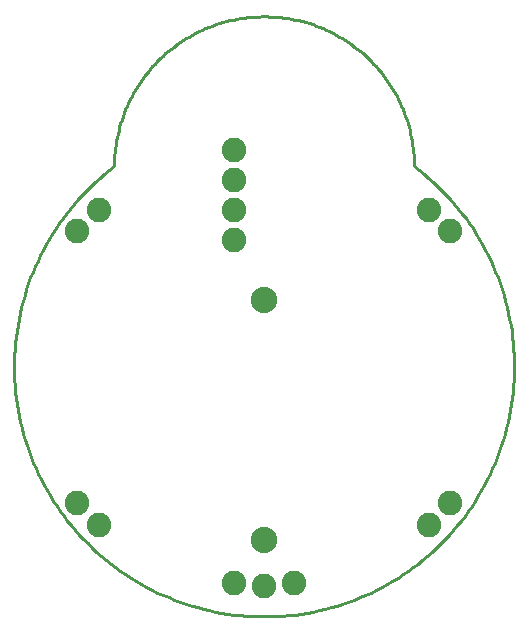
<source format=gts>
G75*
%MOIN*%
%OFA0B0*%
%FSLAX25Y25*%
%IPPOS*%
%LPD*%
%AMOC8*
5,1,8,0,0,1.08239X$1,22.5*
%
%ADD10C,0.01000*%
%ADD11C,0.08800*%
%ADD12C,0.08200*%
D10*
X0035046Y0151499D02*
X0033429Y0150255D01*
X0031842Y0148971D01*
X0030287Y0147649D01*
X0028765Y0146289D01*
X0027277Y0144893D01*
X0025824Y0143460D01*
X0024406Y0141992D01*
X0023024Y0140490D01*
X0021680Y0138955D01*
X0020374Y0137387D01*
X0019106Y0135787D01*
X0017878Y0134157D01*
X0016690Y0132497D01*
X0015544Y0130809D01*
X0014439Y0129093D01*
X0013376Y0127351D01*
X0012356Y0125583D01*
X0011380Y0123791D01*
X0010448Y0121975D01*
X0009561Y0120137D01*
X0008719Y0118278D01*
X0007923Y0116399D01*
X0007173Y0114501D01*
X0006470Y0112585D01*
X0005814Y0110652D01*
X0005205Y0108704D01*
X0004645Y0106742D01*
X0004132Y0104766D01*
X0003668Y0102779D01*
X0003253Y0100781D01*
X0002887Y0098773D01*
X0002570Y0096757D01*
X0002303Y0094734D01*
X0002086Y0092704D01*
X0001918Y0090670D01*
X0001800Y0088633D01*
X0001732Y0086593D01*
X0001713Y0084552D01*
X0001745Y0082512D01*
X0001827Y0080473D01*
X0001959Y0078436D01*
X0002140Y0076403D01*
X0002372Y0074376D01*
X0002653Y0072354D01*
X0002983Y0070340D01*
X0003362Y0068335D01*
X0003791Y0066339D01*
X0004268Y0064355D01*
X0004794Y0062383D01*
X0005368Y0060425D01*
X0005989Y0058481D01*
X0006658Y0056553D01*
X0007374Y0054642D01*
X0008137Y0052749D01*
X0008946Y0050875D01*
X0009800Y0049021D01*
X0010700Y0047189D01*
X0011644Y0045380D01*
X0012632Y0043594D01*
X0013664Y0041833D01*
X0014738Y0040098D01*
X0015855Y0038390D01*
X0017013Y0036710D01*
X0018212Y0035058D01*
X0019451Y0033436D01*
X0020729Y0031845D01*
X0022046Y0030286D01*
X0023401Y0028760D01*
X0024792Y0027267D01*
X0026220Y0025809D01*
X0027683Y0024386D01*
X0029180Y0022999D01*
X0030711Y0021650D01*
X0032275Y0020338D01*
X0033870Y0019065D01*
X0035496Y0017831D01*
X0037152Y0016638D01*
X0038836Y0015486D01*
X0040548Y0014375D01*
X0042287Y0013306D01*
X0044051Y0012281D01*
X0045840Y0011299D01*
X0047653Y0010361D01*
X0049488Y0009467D01*
X0051344Y0008619D01*
X0053221Y0007817D01*
X0055116Y0007060D01*
X0057030Y0006351D01*
X0058960Y0005688D01*
X0060906Y0005073D01*
X0062866Y0004506D01*
X0064840Y0003987D01*
X0066826Y0003516D01*
X0068823Y0003094D01*
X0070829Y0002722D01*
X0072845Y0002398D01*
X0074867Y0002124D01*
X0076895Y0001900D01*
X0078929Y0001725D01*
X0080966Y0001600D01*
X0083005Y0001525D01*
X0085046Y0001500D01*
X0087087Y0001525D01*
X0089126Y0001600D01*
X0091163Y0001725D01*
X0093197Y0001900D01*
X0095225Y0002124D01*
X0097247Y0002398D01*
X0099263Y0002722D01*
X0101269Y0003094D01*
X0103266Y0003516D01*
X0105252Y0003987D01*
X0107226Y0004506D01*
X0109186Y0005073D01*
X0111132Y0005688D01*
X0113062Y0006351D01*
X0114976Y0007060D01*
X0116871Y0007817D01*
X0118748Y0008619D01*
X0120604Y0009467D01*
X0122439Y0010361D01*
X0124252Y0011299D01*
X0126041Y0012281D01*
X0127805Y0013306D01*
X0129544Y0014375D01*
X0131256Y0015486D01*
X0132940Y0016638D01*
X0134596Y0017831D01*
X0136222Y0019065D01*
X0137817Y0020338D01*
X0139381Y0021650D01*
X0140912Y0022999D01*
X0142409Y0024386D01*
X0143872Y0025809D01*
X0145300Y0027267D01*
X0146691Y0028760D01*
X0148046Y0030286D01*
X0149363Y0031845D01*
X0150641Y0033436D01*
X0151880Y0035058D01*
X0153079Y0036710D01*
X0154237Y0038390D01*
X0155354Y0040098D01*
X0156428Y0041833D01*
X0157460Y0043594D01*
X0158448Y0045380D01*
X0159392Y0047189D01*
X0160292Y0049021D01*
X0161146Y0050875D01*
X0161955Y0052749D01*
X0162718Y0054642D01*
X0163434Y0056553D01*
X0164103Y0058481D01*
X0164724Y0060425D01*
X0165298Y0062383D01*
X0165824Y0064355D01*
X0166301Y0066339D01*
X0166730Y0068335D01*
X0167109Y0070340D01*
X0167439Y0072354D01*
X0167720Y0074376D01*
X0167952Y0076403D01*
X0168133Y0078436D01*
X0168265Y0080473D01*
X0168347Y0082512D01*
X0168379Y0084552D01*
X0168360Y0086593D01*
X0168292Y0088633D01*
X0168174Y0090670D01*
X0168006Y0092704D01*
X0167789Y0094734D01*
X0167522Y0096757D01*
X0167205Y0098773D01*
X0166839Y0100781D01*
X0166424Y0102779D01*
X0165960Y0104766D01*
X0165447Y0106742D01*
X0164887Y0108704D01*
X0164278Y0110652D01*
X0163622Y0112585D01*
X0162919Y0114501D01*
X0162169Y0116399D01*
X0161373Y0118278D01*
X0160531Y0120137D01*
X0159644Y0121975D01*
X0158712Y0123791D01*
X0157736Y0125583D01*
X0156716Y0127351D01*
X0155653Y0129093D01*
X0154548Y0130809D01*
X0153402Y0132497D01*
X0152214Y0134157D01*
X0150986Y0135787D01*
X0149718Y0137387D01*
X0148412Y0138955D01*
X0147068Y0140490D01*
X0145686Y0141992D01*
X0144268Y0143460D01*
X0142815Y0144893D01*
X0141327Y0146289D01*
X0139805Y0147649D01*
X0138250Y0148971D01*
X0136663Y0150255D01*
X0135046Y0151499D01*
X0135046Y0151500D02*
X0135031Y0152718D01*
X0134987Y0153934D01*
X0134913Y0155150D01*
X0134809Y0156363D01*
X0134676Y0157573D01*
X0134513Y0158780D01*
X0134321Y0159982D01*
X0134100Y0161180D01*
X0133850Y0162372D01*
X0133571Y0163557D01*
X0133263Y0164735D01*
X0132926Y0165905D01*
X0132561Y0167067D01*
X0132168Y0168219D01*
X0131747Y0169362D01*
X0131298Y0170493D01*
X0130822Y0171614D01*
X0130318Y0172723D01*
X0129788Y0173819D01*
X0129231Y0174902D01*
X0128648Y0175971D01*
X0128040Y0177025D01*
X0127405Y0178065D01*
X0126746Y0179088D01*
X0126062Y0180096D01*
X0125353Y0181086D01*
X0124621Y0182059D01*
X0123865Y0183013D01*
X0123086Y0183949D01*
X0122285Y0184866D01*
X0121461Y0185763D01*
X0120616Y0186639D01*
X0119750Y0187495D01*
X0118863Y0188330D01*
X0117956Y0189142D01*
X0117030Y0189932D01*
X0116084Y0190700D01*
X0115121Y0191444D01*
X0114139Y0192164D01*
X0113140Y0192861D01*
X0112125Y0193533D01*
X0111093Y0194180D01*
X0110046Y0194801D01*
X0108984Y0195397D01*
X0107908Y0195967D01*
X0106819Y0196511D01*
X0105716Y0197027D01*
X0104601Y0197517D01*
X0103475Y0197980D01*
X0102338Y0198415D01*
X0101190Y0198822D01*
X0100033Y0199201D01*
X0098867Y0199552D01*
X0097693Y0199874D01*
X0096511Y0200168D01*
X0095322Y0200433D01*
X0094128Y0200668D01*
X0092928Y0200875D01*
X0091723Y0201052D01*
X0090515Y0201200D01*
X0089303Y0201318D01*
X0088088Y0201407D01*
X0086872Y0201467D01*
X0085655Y0201496D01*
X0084437Y0201496D01*
X0083220Y0201467D01*
X0082004Y0201407D01*
X0080789Y0201318D01*
X0079577Y0201200D01*
X0078369Y0201052D01*
X0077164Y0200875D01*
X0075964Y0200668D01*
X0074770Y0200433D01*
X0073581Y0200168D01*
X0072399Y0199874D01*
X0071225Y0199552D01*
X0070059Y0199201D01*
X0068902Y0198822D01*
X0067754Y0198415D01*
X0066617Y0197980D01*
X0065491Y0197517D01*
X0064376Y0197027D01*
X0063273Y0196511D01*
X0062184Y0195967D01*
X0061108Y0195397D01*
X0060046Y0194801D01*
X0058999Y0194180D01*
X0057967Y0193533D01*
X0056952Y0192861D01*
X0055953Y0192164D01*
X0054971Y0191444D01*
X0054008Y0190700D01*
X0053062Y0189932D01*
X0052136Y0189142D01*
X0051229Y0188330D01*
X0050342Y0187495D01*
X0049476Y0186639D01*
X0048631Y0185763D01*
X0047807Y0184866D01*
X0047006Y0183949D01*
X0046227Y0183013D01*
X0045471Y0182059D01*
X0044739Y0181086D01*
X0044030Y0180096D01*
X0043346Y0179088D01*
X0042687Y0178065D01*
X0042052Y0177025D01*
X0041444Y0175971D01*
X0040861Y0174902D01*
X0040304Y0173819D01*
X0039774Y0172723D01*
X0039270Y0171614D01*
X0038794Y0170493D01*
X0038345Y0169362D01*
X0037924Y0168219D01*
X0037531Y0167067D01*
X0037166Y0165905D01*
X0036829Y0164735D01*
X0036521Y0163557D01*
X0036242Y0162372D01*
X0035992Y0161180D01*
X0035771Y0159982D01*
X0035579Y0158780D01*
X0035416Y0157573D01*
X0035283Y0156363D01*
X0035179Y0155150D01*
X0035105Y0153934D01*
X0035061Y0152718D01*
X0035046Y0151500D01*
D11*
X0084880Y0107083D03*
X0084880Y0027083D03*
D12*
X0029880Y0032083D03*
X0022809Y0039154D03*
X0074880Y0012583D03*
X0084880Y0011583D03*
X0094880Y0012583D03*
X0139880Y0032083D03*
X0146951Y0039154D03*
X0074880Y0127083D03*
X0074880Y0137083D03*
X0074880Y0147083D03*
X0074880Y0157083D03*
X0029880Y0137083D03*
X0022809Y0130012D03*
X0139880Y0137083D03*
X0146951Y0130012D03*
M02*

</source>
